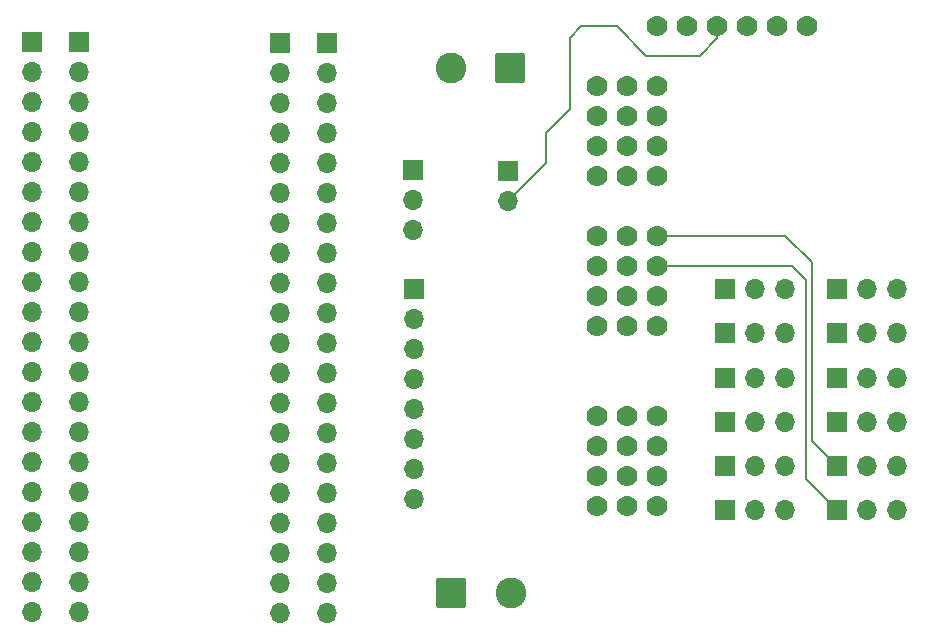
<source format=gbr>
%TF.GenerationSoftware,KiCad,Pcbnew,9.0.0*%
%TF.CreationDate,2025-03-26T16:22:17-04:00*%
%TF.ProjectId,spotmicro17mm,73706f74-6d69-4637-926f-31376d6d2e6b,rev?*%
%TF.SameCoordinates,Original*%
%TF.FileFunction,Copper,L4,Bot*%
%TF.FilePolarity,Positive*%
%FSLAX46Y46*%
G04 Gerber Fmt 4.6, Leading zero omitted, Abs format (unit mm)*
G04 Created by KiCad (PCBNEW 9.0.0) date 2025-03-26 16:22:17*
%MOMM*%
%LPD*%
G01*
G04 APERTURE LIST*
G04 Aperture macros list*
%AMRoundRect*
0 Rectangle with rounded corners*
0 $1 Rounding radius*
0 $2 $3 $4 $5 $6 $7 $8 $9 X,Y pos of 4 corners*
0 Add a 4 corners polygon primitive as box body*
4,1,4,$2,$3,$4,$5,$6,$7,$8,$9,$2,$3,0*
0 Add four circle primitives for the rounded corners*
1,1,$1+$1,$2,$3*
1,1,$1+$1,$4,$5*
1,1,$1+$1,$6,$7*
1,1,$1+$1,$8,$9*
0 Add four rect primitives between the rounded corners*
20,1,$1+$1,$2,$3,$4,$5,0*
20,1,$1+$1,$4,$5,$6,$7,0*
20,1,$1+$1,$6,$7,$8,$9,0*
20,1,$1+$1,$8,$9,$2,$3,0*%
G04 Aperture macros list end*
%TA.AperFunction,ComponentPad*%
%ADD10R,1.700000X1.700000*%
%TD*%
%TA.AperFunction,ComponentPad*%
%ADD11O,1.700000X1.700000*%
%TD*%
%TA.AperFunction,ComponentPad*%
%ADD12RoundRect,0.250000X1.050000X1.050000X-1.050000X1.050000X-1.050000X-1.050000X1.050000X-1.050000X0*%
%TD*%
%TA.AperFunction,ComponentPad*%
%ADD13C,2.600000*%
%TD*%
%TA.AperFunction,ComponentPad*%
%ADD14RoundRect,0.250000X-1.050000X-1.050000X1.050000X-1.050000X1.050000X1.050000X-1.050000X1.050000X0*%
%TD*%
%TA.AperFunction,ComponentPad*%
%ADD15C,1.778000*%
%TD*%
%TA.AperFunction,Conductor*%
%ADD16C,0.200000*%
%TD*%
G04 APERTURE END LIST*
D10*
%TO.P,J9,1,Pin_1*%
%TO.N,/PWM-7*%
X146170000Y-88000000D03*
D11*
%TO.P,J9,2,Pin_2*%
%TO.N,/S2-PWR*%
X148710000Y-88000000D03*
%TO.P,J9,3,Pin_3*%
%TO.N,/S2-GND*%
X151250000Y-88000000D03*
%TD*%
D10*
%TO.P,J14,1,Pin_1*%
%TO.N,/ESP-32Pin*%
X91500000Y-63360000D03*
D11*
%TO.P,J14,2,Pin_2*%
X91500000Y-65900000D03*
%TO.P,J14,3,Pin_3*%
X91500000Y-68440000D03*
%TO.P,J14,4,Pin_4*%
X91500000Y-70980000D03*
%TO.P,J14,5,Pin_5*%
X91500000Y-73520000D03*
%TO.P,J14,6,Pin_6*%
X91500000Y-76060000D03*
%TO.P,J14,7,Pin_7*%
X91500000Y-78600000D03*
%TO.P,J14,8,Pin_8*%
X91500000Y-81140000D03*
%TO.P,J14,9,Pin_9*%
X91500000Y-83680000D03*
%TO.P,J14,10,Pin_10*%
X91500000Y-86220000D03*
%TO.P,J14,11,Pin_11*%
X91500000Y-88760000D03*
%TO.P,J14,12,Pin_12*%
X91500000Y-91300000D03*
%TO.P,J14,13,Pin_13*%
X91500000Y-93840000D03*
%TO.P,J14,14,Pin_14*%
X91500000Y-96380000D03*
%TO.P,J14,15,Pin_15*%
X91500000Y-98920000D03*
%TO.P,J14,16,Pin_16*%
X91500000Y-101460000D03*
%TO.P,J14,17,Pin_17*%
X91500000Y-104000000D03*
%TO.P,J14,18,Pin_18*%
X91500000Y-106540000D03*
%TO.P,J14,19,Pin_19*%
X91500000Y-109080000D03*
%TO.P,J14,20,Pin_20*%
X91500000Y-111620000D03*
%TD*%
D10*
%TO.P,J6,1,Pin_1*%
%TO.N,/PWM-4*%
X155670000Y-99250000D03*
D11*
%TO.P,J6,2,Pin_2*%
%TO.N,/S1-PWR*%
X158210000Y-99250000D03*
%TO.P,J6,3,Pin_3*%
%TO.N,/S1-GND*%
X160750000Y-99250000D03*
%TD*%
D10*
%TO.P,J18,1,Pin_1*%
%TO.N,/Global SCL*%
X127750000Y-74250000D03*
D11*
%TO.P,J18,2,Pin_2*%
%TO.N,/Global SDA*%
X127750000Y-76790000D03*
%TD*%
D12*
%TO.P,J21,1,Pin_1*%
%TO.N,/S2-PWR*%
X127993453Y-65577500D03*
D13*
%TO.P,J21,2,Pin_2*%
%TO.N,/S2-GND*%
X122993453Y-65577500D03*
%TD*%
D10*
%TO.P,J4,1,Pin_1*%
%TO.N,/PWM-2*%
X155670000Y-91750000D03*
D11*
%TO.P,J4,2,Pin_2*%
%TO.N,/S1-PWR*%
X158210000Y-91750000D03*
%TO.P,J4,3,Pin_3*%
%TO.N,/S1-GND*%
X160750000Y-91750000D03*
%TD*%
D10*
%TO.P,J17,1,Pin_1*%
%TO.N,/ESP-32Pin*%
X112500000Y-63400000D03*
D11*
%TO.P,J17,2,Pin_2*%
X112500000Y-65940000D03*
%TO.P,J17,3,Pin_3*%
X112500000Y-68480000D03*
%TO.P,J17,4,Pin_4*%
X112500000Y-71020000D03*
%TO.P,J17,5,Pin_5*%
X112500000Y-73560000D03*
%TO.P,J17,6,Pin_6*%
X112500000Y-76100000D03*
%TO.P,J17,7,Pin_7*%
X112500000Y-78640000D03*
%TO.P,J17,8,Pin_8*%
X112500000Y-81180000D03*
%TO.P,J17,9,Pin_9*%
X112500000Y-83720000D03*
%TO.P,J17,10,Pin_10*%
X112500000Y-86260000D03*
%TO.P,J17,11,Pin_11*%
X112500000Y-88800000D03*
%TO.P,J17,12,Pin_12*%
X112500000Y-91340000D03*
%TO.P,J17,13,Pin_13*%
X112500000Y-93880000D03*
%TO.P,J17,14,Pin_14*%
X112500000Y-96420000D03*
%TO.P,J17,15,Pin_15*%
X112500000Y-98960000D03*
%TO.P,J17,16,Pin_16*%
X112500000Y-101500000D03*
%TO.P,J17,17,Pin_17*%
X112500000Y-104040000D03*
%TO.P,J17,18,Pin_18*%
X112500000Y-106580000D03*
%TO.P,J17,19,Pin_19*%
X112500000Y-109120000D03*
%TO.P,J17,20,Pin_20*%
X112500000Y-111660000D03*
%TD*%
D10*
%TO.P,J13,1,Pin_1*%
%TO.N,/PWM-11*%
X146170000Y-103000000D03*
D11*
%TO.P,J13,2,Pin_2*%
%TO.N,/S2-PWR*%
X148710000Y-103000000D03*
%TO.P,J13,3,Pin_3*%
%TO.N,/S2-GND*%
X151250000Y-103000000D03*
%TD*%
D10*
%TO.P,J3,1,Pin_1*%
%TO.N,/PWM-1*%
X155670000Y-88000000D03*
D11*
%TO.P,J3,2,Pin_2*%
%TO.N,/S1-PWR*%
X158210000Y-88000000D03*
%TO.P,J3,3,Pin_3*%
%TO.N,/S1-GND*%
X160750000Y-88000000D03*
%TD*%
D10*
%TO.P,J15,1,Pin_1*%
%TO.N,/ESP-32Pin*%
X108500000Y-63400000D03*
D11*
%TO.P,J15,2,Pin_2*%
X108500000Y-65940000D03*
%TO.P,J15,3,Pin_3*%
X108500000Y-68480000D03*
%TO.P,J15,4,Pin_4*%
X108500000Y-71020000D03*
%TO.P,J15,5,Pin_5*%
X108500000Y-73560000D03*
%TO.P,J15,6,Pin_6*%
X108500000Y-76100000D03*
%TO.P,J15,7,Pin_7*%
X108500000Y-78640000D03*
%TO.P,J15,8,Pin_8*%
X108500000Y-81180000D03*
%TO.P,J15,9,Pin_9*%
X108500000Y-83720000D03*
%TO.P,J15,10,Pin_10*%
X108500000Y-86260000D03*
%TO.P,J15,11,Pin_11*%
X108500000Y-88800000D03*
%TO.P,J15,12,Pin_12*%
X108500000Y-91340000D03*
%TO.P,J15,13,Pin_13*%
X108500000Y-93880000D03*
%TO.P,J15,14,Pin_14*%
X108500000Y-96420000D03*
%TO.P,J15,15,Pin_15*%
X108500000Y-98960000D03*
%TO.P,J15,16,Pin_16*%
X108500000Y-101500000D03*
%TO.P,J15,17,Pin_17*%
X108500000Y-104040000D03*
%TO.P,J15,18,Pin_18*%
X108500000Y-106580000D03*
%TO.P,J15,19,Pin_19*%
X108500000Y-109120000D03*
%TO.P,J15,20,Pin_20*%
X108500000Y-111660000D03*
%TD*%
D10*
%TO.P,J11,1,Pin_1*%
%TO.N,/PWM-9*%
X146170000Y-95500000D03*
D11*
%TO.P,J11,2,Pin_2*%
%TO.N,/S2-PWR*%
X148710000Y-95500000D03*
%TO.P,J11,3,Pin_3*%
%TO.N,/S2-GND*%
X151250000Y-95500000D03*
%TD*%
D14*
%TO.P,J1,1,Pin_1*%
%TO.N,/S1-PWR*%
X123000000Y-110000000D03*
D13*
%TO.P,J1,2,Pin_2*%
%TO.N,/S1-GND*%
X128000000Y-110000000D03*
%TD*%
D10*
%TO.P,J16,1,Pin_1*%
%TO.N,/ESP-32Pin*%
X87500000Y-63360000D03*
D11*
%TO.P,J16,2,Pin_2*%
X87500000Y-65900000D03*
%TO.P,J16,3,Pin_3*%
X87500000Y-68440000D03*
%TO.P,J16,4,Pin_4*%
X87500000Y-70980000D03*
%TO.P,J16,5,Pin_5*%
X87500000Y-73520000D03*
%TO.P,J16,6,Pin_6*%
X87500000Y-76060000D03*
%TO.P,J16,7,Pin_7*%
X87500000Y-78600000D03*
%TO.P,J16,8,Pin_8*%
X87500000Y-81140000D03*
%TO.P,J16,9,Pin_9*%
X87500000Y-83680000D03*
%TO.P,J16,10,Pin_10*%
X87500000Y-86220000D03*
%TO.P,J16,11,Pin_11*%
X87500000Y-88760000D03*
%TO.P,J16,12,Pin_12*%
X87500000Y-91300000D03*
%TO.P,J16,13,Pin_13*%
X87500000Y-93840000D03*
%TO.P,J16,14,Pin_14*%
X87500000Y-96380000D03*
%TO.P,J16,15,Pin_15*%
X87500000Y-98920000D03*
%TO.P,J16,16,Pin_16*%
X87500000Y-101460000D03*
%TO.P,J16,17,Pin_17*%
X87500000Y-104000000D03*
%TO.P,J16,18,Pin_18*%
X87500000Y-106540000D03*
%TO.P,J16,19,Pin_19*%
X87500000Y-109080000D03*
%TO.P,J16,20,Pin_20*%
X87500000Y-111620000D03*
%TD*%
D10*
%TO.P,J8,1,Pin_1*%
%TO.N,/PWM-6*%
X146170000Y-84250000D03*
D11*
%TO.P,J8,2,Pin_2*%
%TO.N,/S2-PWR*%
X148710000Y-84250000D03*
%TO.P,J8,3,Pin_3*%
%TO.N,/S2-GND*%
X151250000Y-84250000D03*
%TD*%
D10*
%TO.P,J5,1,Pin_1*%
%TO.N,/PWM-3*%
X155670000Y-95500000D03*
D11*
%TO.P,J5,2,Pin_2*%
%TO.N,/S1-PWR*%
X158210000Y-95500000D03*
%TO.P,J5,3,Pin_3*%
%TO.N,/S1-GND*%
X160750000Y-95500000D03*
%TD*%
D10*
%TO.P,J10,1,Pin_1*%
%TO.N,/PWM-8*%
X146170000Y-91750000D03*
D11*
%TO.P,J10,2,Pin_2*%
%TO.N,/S2-PWR*%
X148710000Y-91750000D03*
%TO.P,J10,3,Pin_3*%
%TO.N,/S2-GND*%
X151250000Y-91750000D03*
%TD*%
D10*
%TO.P,J20,1,Pin_1*%
%TO.N,/ESP32-3v3*%
X119800000Y-84260000D03*
D11*
%TO.P,J20,2,Pin_2*%
%TO.N,/ESP32-GND*%
X119800000Y-86800000D03*
%TO.P,J20,3,Pin_3*%
%TO.N,/Global SCL*%
X119800000Y-89340000D03*
%TO.P,J20,4,Pin_4*%
%TO.N,/Global SDA*%
X119800000Y-91880000D03*
%TO.P,J20,5,Pin_5*%
%TO.N,unconnected-(J20-Pin_5-Pad5)*%
X119800000Y-94420000D03*
%TO.P,J20,6,Pin_6*%
%TO.N,unconnected-(J20-Pin_6-Pad6)*%
X119800000Y-96960000D03*
%TO.P,J20,7,Pin_7*%
%TO.N,unconnected-(J20-Pin_7-Pad7)*%
X119800000Y-99500000D03*
%TO.P,J20,8,Pin_8*%
%TO.N,unconnected-(J20-Pin_8-Pad8)*%
X119800000Y-102040000D03*
%TD*%
D10*
%TO.P,J12,1,Pin_1*%
%TO.N,/PWM-10*%
X146170000Y-99250000D03*
D11*
%TO.P,J12,2,Pin_2*%
%TO.N,/S2-PWR*%
X148710000Y-99250000D03*
%TO.P,J12,3,Pin_3*%
%TO.N,/S2-GND*%
X151250000Y-99250000D03*
%TD*%
D10*
%TO.P,J19,1,Pin_1*%
%TO.N,/ESP32-GND*%
X119750000Y-74210000D03*
D11*
%TO.P,J19,2,Pin_2*%
%TO.N,/ESP32-3v3*%
X119750000Y-76750000D03*
%TO.P,J19,3,Pin_3*%
%TO.N,/ESP32-5v*%
X119750000Y-79290000D03*
%TD*%
D10*
%TO.P,J7,1,Pin_1*%
%TO.N,/PWM-5*%
X155670000Y-103000000D03*
D11*
%TO.P,J7,2,Pin_2*%
%TO.N,/S1-PWR*%
X158210000Y-103000000D03*
%TO.P,J7,3,Pin_3*%
%TO.N,/S1-GND*%
X160750000Y-103000000D03*
%TD*%
D15*
%TO.P,U2,0,PWM_0*%
%TO.N,/PWM-0*%
X140440000Y-67050000D03*
%TO.P,U2,1,PWM_1*%
%TO.N,/PWM-1*%
X140440000Y-69590000D03*
%TO.P,U2,2,PWM_2*%
%TO.N,/PWM-2*%
X140440000Y-72130000D03*
%TO.P,U2,3,PWM_3*%
%TO.N,/PWM-3*%
X140440000Y-74670000D03*
%TO.P,U2,4,PWM_4*%
%TO.N,/PWM-4*%
X140440000Y-79750000D03*
%TO.P,U2,5,PWM_5*%
%TO.N,/PWM-5*%
X140440000Y-82290000D03*
%TO.P,U2,6,PWM_6*%
%TO.N,/PWM-6*%
X140440000Y-84830000D03*
%TO.P,U2,7,PWM_7*%
%TO.N,/PWM-7*%
X140440000Y-87370000D03*
%TO.P,U2,8,PWM_8*%
%TO.N,/PWM-8*%
X140440000Y-94990000D03*
%TO.P,U2,9,PWM_9*%
%TO.N,/PWM-9*%
X140440000Y-97530000D03*
%TO.P,U2,10,PWM_10*%
%TO.N,/PWM-10*%
X140440000Y-100070000D03*
%TO.P,U2,11,PWM_11*%
%TO.N,/PWM-11*%
X140440000Y-102610000D03*
%TO.P,U2,GND_1,GND*%
%TO.N,/ESP32-GND*%
X153140000Y-61970000D03*
%TO.P,U2,GND_3*%
%TO.N,N/C*%
X135360000Y-67050000D03*
%TO.P,U2,GND_4*%
X135360000Y-69590000D03*
%TO.P,U2,GND_5*%
X135360000Y-72130000D03*
%TO.P,U2,GND_6*%
X135360000Y-74670000D03*
%TO.P,U2,GND_7*%
X135360000Y-79750000D03*
%TO.P,U2,GND_8*%
X135360000Y-82290000D03*
%TO.P,U2,GND_9*%
X135360000Y-84830000D03*
%TO.P,U2,GND_10*%
X135360000Y-87370000D03*
%TO.P,U2,GND_11*%
X135360000Y-94990000D03*
%TO.P,U2,GND_12*%
X135360000Y-97530000D03*
%TO.P,U2,GND_13*%
X135360000Y-100070000D03*
%TO.P,U2,GND_14*%
X135360000Y-102610000D03*
%TO.P,U2,OE_1*%
X150600000Y-61970000D03*
%TO.P,U2,SCL_1,SCL*%
%TO.N,/Global SCL*%
X148060000Y-61970000D03*
%TO.P,U2,SDA_1,SDA*%
%TO.N,/Global SDA*%
X145520000Y-61970000D03*
%TO.P,U2,V+_1,V+*%
%TO.N,unconnected-(U2-V+-PadV+_1)*%
X140440000Y-61970000D03*
%TO.P,U2,V+_3*%
%TO.N,N/C*%
X137900000Y-67050000D03*
%TO.P,U2,V+_4*%
X137900000Y-69590000D03*
%TO.P,U2,V+_5*%
X137900000Y-72130000D03*
%TO.P,U2,V+_6*%
X137900000Y-74670000D03*
%TO.P,U2,V+_7*%
X137900000Y-79750000D03*
%TO.P,U2,V+_8*%
X137900000Y-82290000D03*
%TO.P,U2,V+_9*%
X137900000Y-84830000D03*
%TO.P,U2,V+_10*%
X137900000Y-87370000D03*
%TO.P,U2,V+_11*%
X137900000Y-94990000D03*
%TO.P,U2,V+_12*%
X137900000Y-97530000D03*
%TO.P,U2,V+_13*%
X137900000Y-100070000D03*
%TO.P,U2,V+_14*%
X137900000Y-102610000D03*
%TO.P,U2,VCC_1,VCC*%
%TO.N,/ESP32-5v*%
X142980000Y-61970000D03*
%TD*%
D10*
%TO.P,J2,1,Pin_1*%
%TO.N,/PWM-0*%
X155670000Y-84250000D03*
D11*
%TO.P,J2,2,Pin_2*%
%TO.N,/S1-PWR*%
X158210000Y-84250000D03*
%TO.P,J2,3,Pin_3*%
%TO.N,/S1-GND*%
X160750000Y-84250000D03*
%TD*%
D16*
%TO.N,/PWM-4*%
X140440000Y-79750000D02*
X151250000Y-79750000D01*
X151250000Y-79750000D02*
X153500000Y-82000000D01*
X153500000Y-82000000D02*
X153500000Y-97080000D01*
X153500000Y-97080000D02*
X155670000Y-99250000D01*
%TO.N,/PWM-5*%
X153000000Y-83500000D02*
X153000000Y-100330000D01*
X151790000Y-82290000D02*
X153000000Y-83500000D01*
X153000000Y-100330000D02*
X155670000Y-103000000D01*
X140440000Y-82290000D02*
X151790000Y-82290000D01*
%TO.N,/Global SDA*%
X133000000Y-63000000D02*
X134000000Y-62000000D01*
X144000000Y-64500000D02*
X145520000Y-62980000D01*
X127750000Y-76790000D02*
X131000000Y-73540000D01*
X137000000Y-62000000D02*
X139500000Y-64500000D01*
X145520000Y-62980000D02*
X145520000Y-61970000D01*
X131000000Y-71000000D02*
X133000000Y-69000000D01*
X139500000Y-64500000D02*
X144000000Y-64500000D01*
X133000000Y-69000000D02*
X133000000Y-63000000D01*
X134000000Y-62000000D02*
X137000000Y-62000000D01*
X131000000Y-73540000D02*
X131000000Y-71000000D01*
%TD*%
M02*

</source>
